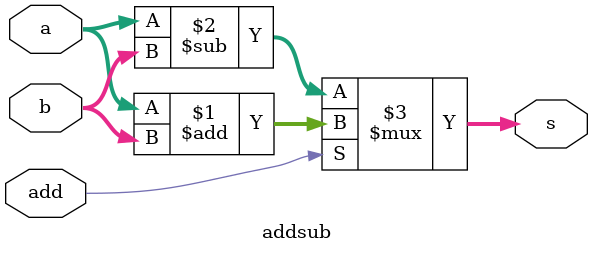
<source format=v>
`timescale 1ns / 1ps

module addsub (add,a, b, s);
  input add;
  input [15 : 0] a;
  input [15 : 0] b;
  output [15 : 0] s;
  assign s = (add)? (a + b) : (a - b);
endmodule

</source>
